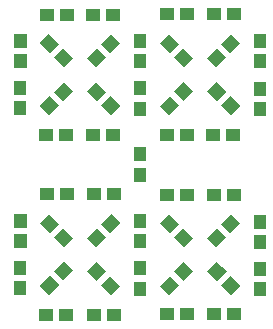
<source format=gtp>
G04 MADE WITH FRITZING*
G04 WWW.FRITZING.ORG*
G04 DOUBLE SIDED*
G04 HOLES PLATED*
G04 CONTOUR ON CENTER OF CONTOUR VECTOR*
%ASAXBY*%
%FSLAX23Y23*%
%MOIN*%
%OFA0B0*%
%SFA1.0B1.0*%
%ADD10R,0.047244X0.043307*%
%ADD11R,0.043307X0.047244*%
%LNPASTEMASK1*%
G90*
G70*
G54D10*
X738Y1151D03*
X805Y1151D03*
X738Y750D03*
X805Y750D03*
X895Y1151D03*
X962Y1151D03*
G54D11*
X1050Y836D03*
X1050Y903D03*
X250Y238D03*
X250Y305D03*
G54D10*
X894Y750D03*
X961Y750D03*
X897Y550D03*
X964Y550D03*
G54D11*
X650Y237D03*
X650Y304D03*
X1050Y994D03*
X1050Y1061D03*
G54D10*
X493Y750D03*
X560Y750D03*
X494Y1150D03*
X561Y1150D03*
X338Y1150D03*
X405Y1150D03*
X336Y750D03*
X403Y750D03*
G54D11*
X650Y995D03*
X650Y1062D03*
X650Y837D03*
X650Y904D03*
X250Y838D03*
X250Y905D03*
G54D10*
X338Y551D03*
X405Y551D03*
X896Y151D03*
X963Y151D03*
G54D11*
X650Y617D03*
X650Y684D03*
G54D10*
X495Y150D03*
X562Y150D03*
X739Y550D03*
X806Y550D03*
G54D11*
X650Y394D03*
X650Y461D03*
X1050Y393D03*
X1050Y460D03*
X1050Y236D03*
X1050Y303D03*
G54D10*
X337Y150D03*
X404Y150D03*
X496Y551D03*
X563Y551D03*
X738Y151D03*
X805Y151D03*
G36*
X938Y893D02*
X907Y862D01*
X874Y895D01*
X904Y926D01*
X938Y893D01*
G37*
D02*
G36*
X985Y845D02*
X954Y815D01*
X921Y848D01*
X952Y879D01*
X985Y845D01*
G37*
D02*
G36*
X779Y1052D02*
X748Y1021D01*
X715Y1055D01*
X745Y1085D01*
X779Y1052D01*
G37*
D02*
G36*
X826Y1005D02*
X795Y974D01*
X762Y1007D01*
X793Y1038D01*
X826Y1005D01*
G37*
D02*
G36*
X748Y880D02*
X779Y849D01*
X745Y816D01*
X715Y846D01*
X748Y880D01*
G37*
D02*
G36*
X796Y927D02*
X826Y896D01*
X793Y863D01*
X762Y894D01*
X796Y927D01*
G37*
D02*
G36*
X379Y452D02*
X348Y421D01*
X315Y454D01*
X346Y485D01*
X379Y452D01*
G37*
D02*
G36*
X426Y404D02*
X396Y374D01*
X362Y407D01*
X393Y438D01*
X426Y404D01*
G37*
D02*
G36*
X779Y452D02*
X748Y422D01*
X715Y455D01*
X745Y486D01*
X779Y452D01*
G37*
D02*
G36*
X826Y405D02*
X795Y374D01*
X762Y408D01*
X793Y438D01*
X826Y405D01*
G37*
D02*
G36*
X906Y438D02*
X937Y407D01*
X904Y374D01*
X873Y405D01*
X906Y438D01*
G37*
D02*
G36*
X954Y485D02*
X984Y455D01*
X951Y421D01*
X920Y452D01*
X954Y485D01*
G37*
D02*
G36*
X228Y1019D02*
X272Y1019D01*
X272Y972D01*
X228Y972D01*
X228Y1019D01*
G37*
D02*
G36*
X228Y1086D02*
X272Y1086D01*
X272Y1039D01*
X228Y1039D01*
X228Y1086D01*
G37*
D02*
G36*
X228Y419D02*
X272Y419D01*
X272Y372D01*
X228Y372D01*
X228Y419D01*
G37*
D02*
G36*
X228Y486D02*
X272Y486D01*
X272Y439D01*
X228Y439D01*
X228Y486D01*
G37*
D02*
G36*
X907Y1038D02*
X937Y1007D01*
X904Y974D01*
X873Y1004D01*
X907Y1038D01*
G37*
D02*
G36*
X954Y1085D02*
X984Y1054D01*
X951Y1021D01*
X920Y1052D01*
X954Y1085D01*
G37*
D02*
G36*
X506Y1038D02*
X537Y1007D01*
X503Y974D01*
X473Y1005D01*
X506Y1038D01*
G37*
D02*
G36*
X554Y1085D02*
X584Y1055D01*
X551Y1021D01*
X520Y1052D01*
X554Y1085D01*
G37*
D02*
G36*
X348Y879D02*
X378Y849D01*
X345Y815D01*
X314Y846D01*
X348Y879D01*
G37*
D02*
G36*
X395Y927D02*
X426Y896D01*
X392Y862D01*
X362Y893D01*
X395Y927D01*
G37*
D02*
G36*
X378Y1052D02*
X348Y1022D01*
X314Y1055D01*
X345Y1086D01*
X378Y1052D01*
G37*
D02*
G36*
X426Y1005D02*
X395Y974D01*
X362Y1008D01*
X392Y1038D01*
X426Y1005D01*
G37*
D02*
G36*
X537Y893D02*
X507Y862D01*
X473Y896D01*
X504Y926D01*
X537Y893D01*
G37*
D02*
G36*
X585Y846D02*
X554Y815D01*
X521Y848D01*
X551Y879D01*
X585Y846D01*
G37*
D02*
G36*
X507Y438D02*
X537Y408D01*
X504Y374D01*
X473Y405D01*
X507Y438D01*
G37*
D02*
G36*
X554Y486D02*
X585Y455D01*
X551Y422D01*
X521Y452D01*
X554Y486D01*
G37*
D02*
G36*
X938Y294D02*
X907Y263D01*
X874Y296D01*
X904Y327D01*
X938Y294D01*
G37*
D02*
G36*
X985Y246D02*
X954Y216D01*
X921Y249D01*
X952Y280D01*
X985Y246D01*
G37*
D02*
G36*
X748Y280D02*
X779Y249D01*
X745Y216D01*
X715Y246D01*
X748Y280D01*
G37*
D02*
G36*
X795Y327D02*
X826Y297D01*
X793Y263D01*
X762Y294D01*
X795Y327D01*
G37*
D02*
G36*
X349Y281D02*
X379Y250D01*
X346Y217D01*
X315Y247D01*
X349Y281D01*
G37*
D02*
G36*
X396Y328D02*
X426Y298D01*
X393Y264D01*
X362Y295D01*
X396Y328D01*
G37*
D02*
G36*
X537Y294D02*
X506Y263D01*
X473Y297D01*
X503Y327D01*
X537Y294D01*
G37*
D02*
G36*
X584Y246D02*
X553Y216D01*
X520Y249D01*
X551Y280D01*
X584Y246D01*
G37*
D02*
G04 End of PasteMask1*
M02*
</source>
